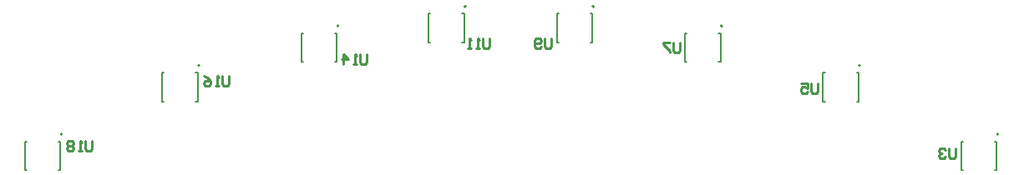
<source format=gbo>
G04*
G04 #@! TF.GenerationSoftware,Altium Limited,Altium Designer,23.10.1 (27)*
G04*
G04 Layer_Color=32896*
%FSLAX44Y44*%
%MOMM*%
G71*
G04*
G04 #@! TF.SameCoordinates,E985FA8A-299A-4084-AA3F-4317102C53E2*
G04*
G04*
G04 #@! TF.FilePolarity,Positive*
G04*
G01*
G75*
%ADD11C,0.2000*%
%ADD12C,0.1270*%
%ADD15C,0.2540*%
D11*
X520000Y882000D02*
G03*
X520000Y882000I-1000J0D01*
G01*
X381000Y812250D02*
G03*
X381000Y812250I-1000J0D01*
G01*
X661000Y922250D02*
G03*
X661000Y922250I-1000J0D01*
G01*
X790000Y942000D02*
G03*
X790000Y942000I-1000J0D01*
G01*
X920000D02*
G03*
X920000Y942000I-1000J0D01*
G01*
X1330000Y812000D02*
G03*
X1330000Y812000I-1000J0D01*
G01*
X1190000Y882000D02*
G03*
X1190000Y882000I-1000J0D01*
G01*
X1050000Y922000D02*
G03*
X1050000Y922000I-1000J0D01*
G01*
D12*
X518000Y845500D02*
Y874500D01*
X482000Y845500D02*
Y874500D01*
X516000D02*
X518000D01*
X516000Y845500D02*
X518000D01*
X482000D02*
X484000D01*
X482000Y874500D02*
X484000D01*
X379000Y775750D02*
Y804750D01*
X343000Y775750D02*
Y804750D01*
X377000D02*
X379000D01*
X377000Y775750D02*
X379000D01*
X343000D02*
X345000D01*
X343000Y804750D02*
X345000D01*
X659000Y885750D02*
Y914750D01*
X623000Y885750D02*
Y914750D01*
X657000D02*
X659000D01*
X657000Y885750D02*
X659000D01*
X623000D02*
X625000D01*
X623000Y914750D02*
X625000D01*
X788000Y905500D02*
Y934500D01*
X752000Y905500D02*
Y934500D01*
X786000D02*
X788000D01*
X786000Y905500D02*
X788000D01*
X752000D02*
X754000D01*
X752000Y934500D02*
X754000D01*
X918000Y905500D02*
Y934500D01*
X882000Y905500D02*
Y934500D01*
X916000D02*
X918000D01*
X916000Y905500D02*
X918000D01*
X882000D02*
X884000D01*
X882000Y934500D02*
X884000D01*
X1328000Y775500D02*
Y804500D01*
X1292000Y775500D02*
Y804500D01*
X1326000D02*
X1328000D01*
X1326000Y775500D02*
X1328000D01*
X1292000D02*
X1294000D01*
X1292000Y804500D02*
X1294000D01*
X1188000Y845500D02*
Y874500D01*
X1152000Y845500D02*
Y874500D01*
X1186000D02*
X1188000D01*
X1186000Y845500D02*
X1188000D01*
X1152000D02*
X1154000D01*
X1152000Y874500D02*
X1154000D01*
X1048000Y885500D02*
Y914500D01*
X1012000Y885500D02*
Y914500D01*
X1046000D02*
X1048000D01*
X1046000Y885500D02*
X1048000D01*
X1012000D02*
X1014000D01*
X1012000Y914500D02*
X1014000D01*
D15*
X410696Y805078D02*
Y796614D01*
X409003Y794922D01*
X405617D01*
X403925Y796614D01*
Y805078D01*
X400539Y794922D02*
X397154D01*
X398846D01*
Y805078D01*
X400539Y803386D01*
X392075D02*
X390382Y805078D01*
X386997D01*
X385304Y803386D01*
Y801693D01*
X386997Y800000D01*
X385304Y798307D01*
Y796614D01*
X386997Y794922D01*
X390382D01*
X392075Y796614D01*
Y798307D01*
X390382Y800000D01*
X392075Y801693D01*
Y803386D01*
X390382Y800000D02*
X386997D01*
X549696Y871078D02*
Y862614D01*
X548003Y860922D01*
X544618D01*
X542925Y862614D01*
Y871078D01*
X539539Y860922D02*
X536154D01*
X537846D01*
Y871078D01*
X539539Y869386D01*
X524304Y871078D02*
X527690Y869386D01*
X531075Y866000D01*
Y862614D01*
X529382Y860922D01*
X525997D01*
X524304Y862614D01*
Y864307D01*
X525997Y866000D01*
X531075D01*
X689696Y893078D02*
Y884614D01*
X688003Y882922D01*
X684617D01*
X682925Y884614D01*
Y893078D01*
X679539Y882922D02*
X676154D01*
X677846D01*
Y893078D01*
X679539Y891386D01*
X665997Y882922D02*
Y893078D01*
X671075Y888000D01*
X664304D01*
X814003Y909078D02*
Y900614D01*
X812310Y898922D01*
X808925D01*
X807232Y900614D01*
Y909078D01*
X803846Y898922D02*
X800461D01*
X802154D01*
Y909078D01*
X803846Y907386D01*
X795382Y898922D02*
X791997D01*
X793690D01*
Y909078D01*
X795382Y907386D01*
X876464Y909078D02*
Y900614D01*
X874771Y898922D01*
X871386D01*
X869693Y900614D01*
Y909078D01*
X866307Y900614D02*
X864614Y898922D01*
X861229D01*
X859536Y900614D01*
Y907386D01*
X861229Y909078D01*
X864614D01*
X866307Y907386D01*
Y905693D01*
X864614Y904000D01*
X859536D01*
X1006464Y905078D02*
Y896614D01*
X1004771Y894922D01*
X1001386D01*
X999693Y896614D01*
Y905078D01*
X996307D02*
X989536D01*
Y903386D01*
X996307Y896614D01*
Y894922D01*
X1146464Y864078D02*
Y855614D01*
X1144771Y853922D01*
X1141386D01*
X1139693Y855614D01*
Y864078D01*
X1129536D02*
X1136307D01*
Y859000D01*
X1132922Y860693D01*
X1131229D01*
X1129536Y859000D01*
Y855614D01*
X1131229Y853922D01*
X1134614D01*
X1136307Y855614D01*
X1286464Y798078D02*
Y789614D01*
X1284771Y787922D01*
X1281386D01*
X1279693Y789614D01*
Y798078D01*
X1276307Y796386D02*
X1274614Y798078D01*
X1271229D01*
X1269536Y796386D01*
Y794693D01*
X1271229Y793000D01*
X1272922D01*
X1271229D01*
X1269536Y791307D01*
Y789614D01*
X1271229Y787922D01*
X1274614D01*
X1276307Y789614D01*
M02*

</source>
